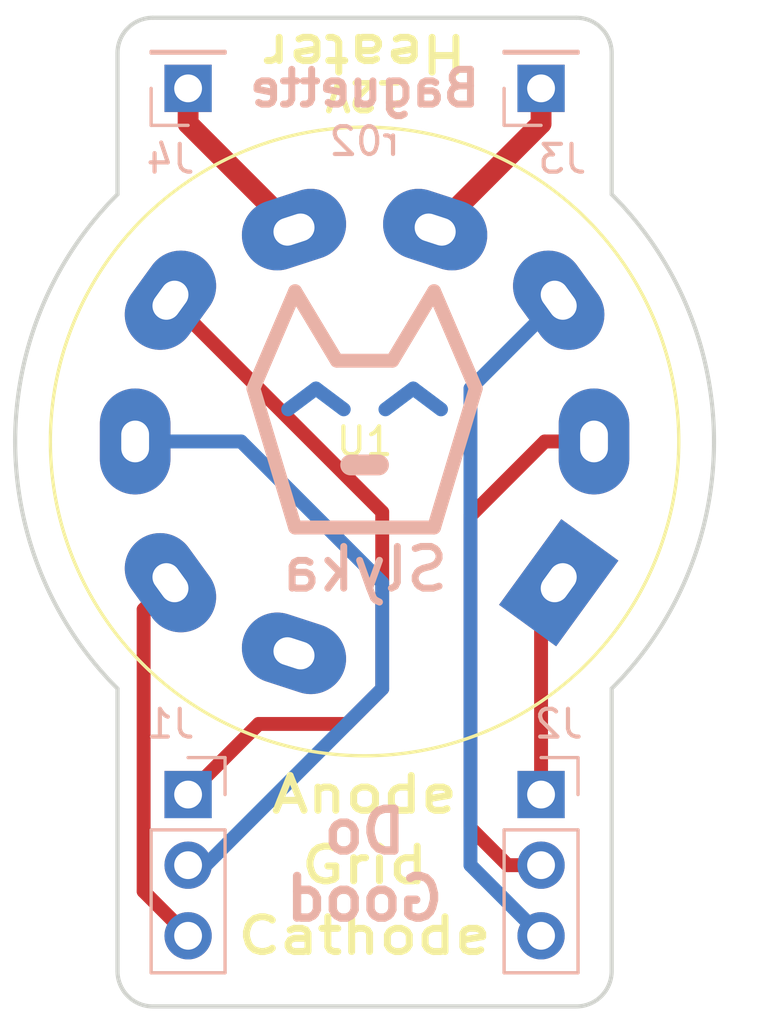
<source format=kicad_pcb>
(kicad_pcb (version 20171130) (host pcbnew 5.1.5)

  (general
    (thickness 1.6)
    (drawings 20)
    (tracks 29)
    (zones 0)
    (modules 6)
    (nets 10)
  )

  (page A4)
  (title_block
    (title Baguette)
    (date 2019-07-14)
    (rev r02)
    (company NLS)
    (comment 1 "CC BY-SA")
  )

  (layers
    (0 F.Cu signal)
    (31 B.Cu signal)
    (36 B.SilkS user)
    (37 F.SilkS user)
    (38 B.Mask user)
    (39 F.Mask user)
    (44 Edge.Cuts user)
    (45 Margin user)
    (46 B.CrtYd user)
    (47 F.CrtYd user)
    (48 B.Fab user)
    (49 F.Fab user)
  )

  (setup
    (last_trace_width 0.5)
    (trace_clearance 0.5)
    (zone_clearance 0.508)
    (zone_45_only no)
    (trace_min 0.2)
    (via_size 0.6)
    (via_drill 0.4)
    (via_min_size 0.4)
    (via_min_drill 0.3)
    (uvia_size 0.3)
    (uvia_drill 0.1)
    (uvias_allowed no)
    (uvia_min_size 0.2)
    (uvia_min_drill 0.1)
    (edge_width 0.15)
    (segment_width 0.2)
    (pcb_text_width 0.3)
    (pcb_text_size 1.5 1.5)
    (mod_edge_width 0.15)
    (mod_text_size 1 1)
    (mod_text_width 0.15)
    (pad_size 2.54 3.81)
    (pad_drill 1)
    (pad_to_mask_clearance 0.2)
    (aux_axis_origin 0 0)
    (visible_elements FFFFFF7F)
    (pcbplotparams
      (layerselection 0x010f0_ffffffff)
      (usegerberextensions false)
      (usegerberattributes false)
      (usegerberadvancedattributes false)
      (creategerberjobfile false)
      (excludeedgelayer true)
      (linewidth 0.100000)
      (plotframeref false)
      (viasonmask false)
      (mode 1)
      (useauxorigin false)
      (hpglpennumber 1)
      (hpglpenspeed 20)
      (hpglpendiameter 15.000000)
      (psnegative false)
      (psa4output false)
      (plotreference true)
      (plotvalue true)
      (plotinvisibletext false)
      (padsonsilk false)
      (subtractmaskfromsilk false)
      (outputformat 1)
      (mirror false)
      (drillshape 0)
      (scaleselection 1)
      (outputdirectory "gerber"))
  )

  (net 0 "")
  (net 1 "Net-(J1-Pad1)")
  (net 2 "Net-(J1-Pad2)")
  (net 3 "Net-(J1-Pad3)")
  (net 4 "Net-(J2-Pad1)")
  (net 5 "Net-(J2-Pad3)")
  (net 6 "Net-(J2-Pad2)")
  (net 7 "Net-(J3-Pad1)")
  (net 8 "Net-(J4-Pad1)")
  (net 9 "Net-(U1-Pad9)")

  (net_class Default "This is the default net class."
    (clearance 0.5)
    (trace_width 0.5)
    (via_dia 0.6)
    (via_drill 0.4)
    (uvia_dia 0.3)
    (uvia_drill 0.1)
    (add_net "Net-(J1-Pad1)")
    (add_net "Net-(J1-Pad2)")
    (add_net "Net-(J1-Pad3)")
    (add_net "Net-(J2-Pad1)")
    (add_net "Net-(J2-Pad2)")
    (add_net "Net-(J2-Pad3)")
    (add_net "Net-(U1-Pad9)")
  )

  (net_class Heater ""
    (clearance 0.5)
    (trace_width 0.75)
    (via_dia 0.6)
    (via_drill 0.4)
    (uvia_dia 0.3)
    (uvia_drill 0.1)
    (add_net "Net-(J3-Pad1)")
    (add_net "Net-(J4-Pad1)")
  )

  (module logos:foxlogo (layer B.Cu) (tedit 5B029788) (tstamp 5AFF5628)
    (at 142.24 98.425 180)
    (fp_text reference REF** (at 0 -8.75 180) (layer B.SilkS) hide
      (effects (font (size 1 1) (thickness 0.15)) (justify mirror))
    )
    (fp_text value foxlogo (at 0 4.75 180) (layer B.Fab)
      (effects (font (size 1 1) (thickness 0.15)) (justify mirror))
    )
    (fp_text user Slyka (at 0 -6.5 180) (layer B.SilkS)
      (effects (font (size 1.5 1.5) (thickness 0.25)) (justify mirror))
    )
    (fp_line (start -0.5 -2.75) (end 0.5 -2.75) (layer B.SilkS) (width 0.75))
    (fp_line (start 2.5 -5) (end 4 0) (layer B.SilkS) (width 0.5))
    (fp_line (start -2.5 -5) (end 2.5 -5) (layer B.SilkS) (width 0.5))
    (fp_line (start -4 0) (end -2.5 -5) (layer B.SilkS) (width 0.5))
    (fp_line (start 2.5 3.5) (end 4 0) (layer B.SilkS) (width 0.5))
    (fp_line (start 1 1) (end 2.5 3.5) (layer B.SilkS) (width 0.5))
    (fp_line (start -1 1) (end 1 1) (layer B.SilkS) (width 0.5))
    (fp_line (start -2.5 3.5) (end -4 0) (layer B.SilkS) (width 0.5))
    (fp_line (start -1 1) (end -2.5 3.5) (layer B.SilkS) (width 0.5))
    (fp_line (start -1.75 0) (end -0.75 -0.75) (layer B.Mask) (width 0.4))
    (fp_line (start -2.75 -0.75) (end -1.75 0) (layer B.Mask) (width 0.4))
    (fp_line (start 1.75 0) (end 2.75 -0.75) (layer B.Mask) (width 0.4))
    (fp_line (start 0.75 -0.75) (end 1.75 0) (layer B.Mask) (width 0.4))
    (fp_line (start -2.75 -0.75) (end -1.75 0) (layer B.Cu) (width 0.5))
    (fp_line (start -1.75 0) (end -0.75 -0.75) (layer B.Cu) (width 0.5))
    (fp_line (start 0.75 -0.75) (end 1.75 0) (layer B.Cu) (width 0.5))
    (fp_line (start 1.75 0) (end 2.75 -0.75) (layer B.Cu) (width 0.5))
  )

  (module Valves:VALVE-NOVAL_P (layer F.Cu) (tedit 5ADF41A6) (tstamp 5ADF3D57)
    (at 149.86 105.41)
    (descr "Valve NOVAL P")
    (tags "Valve NOVAL P")
    (path /5ADF2EDA)
    (fp_text reference U1 (at -7.62 -5.08) (layer F.SilkS)
      (effects (font (size 1 1) (thickness 0.15)))
    )
    (fp_text value ECC83 (at 4.57 4.95) (layer F.Fab)
      (effects (font (size 1 1) (thickness 0.15)))
    )
    (fp_text user %R (at -7.62 -5.08) (layer F.Fab)
      (effects (font (size 1 1) (thickness 0.15)))
    )
    (fp_circle (center -7.62 -5.08) (end 1.63 1.42) (layer F.SilkS) (width 0.12))
    (fp_circle (center -7.62 -5.08) (end 1.63 1.42) (layer F.CrtYd) (width 0.05))
    (fp_circle (center -7.62 -5.08) (end -13.34 0.63) (layer F.Fab) (width 0.1))
    (pad 1 thru_hole rect (at -0.635 0 324) (size 2.54 3.81) (drill oval 1 1.5) (layers *.Cu *.Mask)
      (net 4 "Net-(J2-Pad1)"))
    (pad 2 thru_hole oval (at 0.635 -5.08) (size 2.54 3.81) (drill oval 1 1.5) (layers *.Cu *.Mask)
      (net 6 "Net-(J2-Pad2)"))
    (pad 3 thru_hole oval (at -0.635 -10.16 36) (size 2.54 3.81) (drill oval 1 1.5) (layers *.Cu *.Mask)
      (net 5 "Net-(J2-Pad3)"))
    (pad 4 thru_hole oval (at -5.08 -12.7 72) (size 2.54 3.81) (drill oval 1 1.5) (layers *.Cu *.Mask)
      (net 7 "Net-(J3-Pad1)"))
    (pad 5 thru_hole oval (at -10.16 -12.7 288) (size 2.54 3.81) (drill oval 1 1.5) (layers *.Cu *.Mask)
      (net 8 "Net-(J4-Pad1)"))
    (pad 6 thru_hole oval (at -14.605 -10.16 324) (size 2.54 3.81) (drill oval 1 1.5) (layers *.Cu *.Mask)
      (net 1 "Net-(J1-Pad1)"))
    (pad 7 thru_hole oval (at -15.875 -5.08) (size 2.54 3.81) (drill oval 1 1.5) (layers *.Cu *.Mask)
      (net 2 "Net-(J1-Pad2)"))
    (pad 8 thru_hole oval (at -14.605 0 36) (size 2.54 3.81) (drill oval 1 1.5) (layers *.Cu *.Mask)
      (net 3 "Net-(J1-Pad3)"))
    (pad 9 thru_hole oval (at -10.16 2.54 72) (size 2.54 3.81) (drill oval 1 1.5) (layers *.Cu *.Mask)
      (net 9 "Net-(U1-Pad9)"))
    (model ${KISYS3DMOD}/Valves.3dshapes/VALVE-NOVAL_P.wrl
      (at (xyz 0 0 0))
      (scale (xyz 1 1 1))
      (rotate (xyz 0 0 0))
    )
  )

  (module Pin_Headers:Pin_Header_Straight_1x03_Pitch2.54mm (layer B.Cu) (tedit 59650532) (tstamp 5ADF3246)
    (at 135.89 113.03 180)
    (descr "Through hole straight pin header, 1x03, 2.54mm pitch, single row")
    (tags "Through hole pin header THT 1x03 2.54mm single row")
    (path /5ADF43EB)
    (fp_text reference J1 (at 0.635 2.54) (layer B.SilkS)
      (effects (font (size 1 1) (thickness 0.15)) (justify mirror))
    )
    (fp_text value Conn_01x03_Male (at 0 -7.41) (layer B.Fab)
      (effects (font (size 1 1) (thickness 0.15)) (justify mirror))
    )
    (fp_line (start -0.635 1.27) (end 1.27 1.27) (layer B.Fab) (width 0.1))
    (fp_line (start 1.27 1.27) (end 1.27 -6.35) (layer B.Fab) (width 0.1))
    (fp_line (start 1.27 -6.35) (end -1.27 -6.35) (layer B.Fab) (width 0.1))
    (fp_line (start -1.27 -6.35) (end -1.27 0.635) (layer B.Fab) (width 0.1))
    (fp_line (start -1.27 0.635) (end -0.635 1.27) (layer B.Fab) (width 0.1))
    (fp_line (start -1.33 -6.41) (end 1.33 -6.41) (layer B.SilkS) (width 0.12))
    (fp_line (start -1.33 -1.27) (end -1.33 -6.41) (layer B.SilkS) (width 0.12))
    (fp_line (start 1.33 -1.27) (end 1.33 -6.41) (layer B.SilkS) (width 0.12))
    (fp_line (start -1.33 -1.27) (end 1.33 -1.27) (layer B.SilkS) (width 0.12))
    (fp_line (start -1.33 0) (end -1.33 1.33) (layer B.SilkS) (width 0.12))
    (fp_line (start -1.33 1.33) (end 0 1.33) (layer B.SilkS) (width 0.12))
    (fp_line (start -1.8 1.8) (end -1.8 -6.85) (layer B.CrtYd) (width 0.05))
    (fp_line (start -1.8 -6.85) (end 1.8 -6.85) (layer B.CrtYd) (width 0.05))
    (fp_line (start 1.8 -6.85) (end 1.8 1.8) (layer B.CrtYd) (width 0.05))
    (fp_line (start 1.8 1.8) (end -1.8 1.8) (layer B.CrtYd) (width 0.05))
    (fp_text user %R (at 0 -2.54 270) (layer B.Fab)
      (effects (font (size 1 1) (thickness 0.15)) (justify mirror))
    )
    (pad 1 thru_hole rect (at 0 0 180) (size 1.7 1.7) (drill 1) (layers *.Cu *.Mask)
      (net 1 "Net-(J1-Pad1)"))
    (pad 2 thru_hole oval (at 0 -2.54 180) (size 1.7 1.7) (drill 1) (layers *.Cu *.Mask)
      (net 2 "Net-(J1-Pad2)"))
    (pad 3 thru_hole oval (at 0 -5.08 180) (size 1.7 1.7) (drill 1) (layers *.Cu *.Mask)
      (net 3 "Net-(J1-Pad3)"))
    (model ${KISYS3DMOD}/Pin_Headers.3dshapes/Pin_Header_Straight_1x03_Pitch2.54mm.wrl
      (at (xyz 0 0 0))
      (scale (xyz 1 1 1))
      (rotate (xyz 0 0 0))
    )
  )

  (module Pin_Headers:Pin_Header_Straight_1x03_Pitch2.54mm (layer B.Cu) (tedit 59650532) (tstamp 5ADF324D)
    (at 148.59 113.03 180)
    (descr "Through hole straight pin header, 1x03, 2.54mm pitch, single row")
    (tags "Through hole pin header THT 1x03 2.54mm single row")
    (path /5ADF3DA9)
    (fp_text reference J2 (at -0.635 2.54) (layer B.SilkS)
      (effects (font (size 1 1) (thickness 0.15)) (justify mirror))
    )
    (fp_text value Conn_01x03_Male (at 0 -7.41) (layer B.Fab)
      (effects (font (size 1 1) (thickness 0.15)) (justify mirror))
    )
    (fp_line (start -0.635 1.27) (end 1.27 1.27) (layer B.Fab) (width 0.1))
    (fp_line (start 1.27 1.27) (end 1.27 -6.35) (layer B.Fab) (width 0.1))
    (fp_line (start 1.27 -6.35) (end -1.27 -6.35) (layer B.Fab) (width 0.1))
    (fp_line (start -1.27 -6.35) (end -1.27 0.635) (layer B.Fab) (width 0.1))
    (fp_line (start -1.27 0.635) (end -0.635 1.27) (layer B.Fab) (width 0.1))
    (fp_line (start -1.33 -6.41) (end 1.33 -6.41) (layer B.SilkS) (width 0.12))
    (fp_line (start -1.33 -1.27) (end -1.33 -6.41) (layer B.SilkS) (width 0.12))
    (fp_line (start 1.33 -1.27) (end 1.33 -6.41) (layer B.SilkS) (width 0.12))
    (fp_line (start -1.33 -1.27) (end 1.33 -1.27) (layer B.SilkS) (width 0.12))
    (fp_line (start -1.33 0) (end -1.33 1.33) (layer B.SilkS) (width 0.12))
    (fp_line (start -1.33 1.33) (end 0 1.33) (layer B.SilkS) (width 0.12))
    (fp_line (start -1.8 1.8) (end -1.8 -6.85) (layer B.CrtYd) (width 0.05))
    (fp_line (start -1.8 -6.85) (end 1.8 -6.85) (layer B.CrtYd) (width 0.05))
    (fp_line (start 1.8 -6.85) (end 1.8 1.8) (layer B.CrtYd) (width 0.05))
    (fp_line (start 1.8 1.8) (end -1.8 1.8) (layer B.CrtYd) (width 0.05))
    (fp_text user %R (at 0 -2.54 270) (layer B.Fab)
      (effects (font (size 1 1) (thickness 0.15)) (justify mirror))
    )
    (pad 1 thru_hole rect (at 0 0 180) (size 1.7 1.7) (drill 1) (layers *.Cu *.Mask)
      (net 4 "Net-(J2-Pad1)"))
    (pad 2 thru_hole oval (at 0 -2.54 180) (size 1.7 1.7) (drill 1) (layers *.Cu *.Mask)
      (net 6 "Net-(J2-Pad2)"))
    (pad 3 thru_hole oval (at 0 -5.08 180) (size 1.7 1.7) (drill 1) (layers *.Cu *.Mask)
      (net 5 "Net-(J2-Pad3)"))
    (model ${KISYS3DMOD}/Pin_Headers.3dshapes/Pin_Header_Straight_1x03_Pitch2.54mm.wrl
      (at (xyz 0 0 0))
      (scale (xyz 1 1 1))
      (rotate (xyz 0 0 0))
    )
  )

  (module Pin_Headers:Pin_Header_Straight_1x01_Pitch2.54mm (layer B.Cu) (tedit 59650532) (tstamp 5ADF3252)
    (at 148.59 87.63)
    (descr "Through hole straight pin header, 1x01, 2.54mm pitch, single row")
    (tags "Through hole pin header THT 1x01 2.54mm single row")
    (path /5ADF3CF0)
    (fp_text reference J3 (at 0.762 2.54) (layer B.SilkS)
      (effects (font (size 1 1) (thickness 0.15)) (justify mirror))
    )
    (fp_text value Conn_01x01_Male (at 0 -2.33) (layer B.Fab)
      (effects (font (size 1 1) (thickness 0.15)) (justify mirror))
    )
    (fp_line (start -0.635 1.27) (end 1.27 1.27) (layer B.Fab) (width 0.1))
    (fp_line (start 1.27 1.27) (end 1.27 -1.27) (layer B.Fab) (width 0.1))
    (fp_line (start 1.27 -1.27) (end -1.27 -1.27) (layer B.Fab) (width 0.1))
    (fp_line (start -1.27 -1.27) (end -1.27 0.635) (layer B.Fab) (width 0.1))
    (fp_line (start -1.27 0.635) (end -0.635 1.27) (layer B.Fab) (width 0.1))
    (fp_line (start -1.33 -1.33) (end 1.33 -1.33) (layer B.SilkS) (width 0.12))
    (fp_line (start -1.33 -1.27) (end -1.33 -1.33) (layer B.SilkS) (width 0.12))
    (fp_line (start 1.33 -1.27) (end 1.33 -1.33) (layer B.SilkS) (width 0.12))
    (fp_line (start -1.33 -1.27) (end 1.33 -1.27) (layer B.SilkS) (width 0.12))
    (fp_line (start -1.33 0) (end -1.33 1.33) (layer B.SilkS) (width 0.12))
    (fp_line (start -1.33 1.33) (end 0 1.33) (layer B.SilkS) (width 0.12))
    (fp_line (start -1.8 1.8) (end -1.8 -1.8) (layer B.CrtYd) (width 0.05))
    (fp_line (start -1.8 -1.8) (end 1.8 -1.8) (layer B.CrtYd) (width 0.05))
    (fp_line (start 1.8 -1.8) (end 1.8 1.8) (layer B.CrtYd) (width 0.05))
    (fp_line (start 1.8 1.8) (end -1.8 1.8) (layer B.CrtYd) (width 0.05))
    (fp_text user %R (at 0 0 270) (layer B.Fab)
      (effects (font (size 1 1) (thickness 0.15)) (justify mirror))
    )
    (pad 1 thru_hole rect (at 0 0) (size 1.7 1.7) (drill 1) (layers *.Cu *.Mask)
      (net 7 "Net-(J3-Pad1)"))
    (model ${KISYS3DMOD}/Pin_Headers.3dshapes/Pin_Header_Straight_1x01_Pitch2.54mm.wrl
      (at (xyz 0 0 0))
      (scale (xyz 1 1 1))
      (rotate (xyz 0 0 0))
    )
  )

  (module Pin_Headers:Pin_Header_Straight_1x01_Pitch2.54mm (layer B.Cu) (tedit 59650532) (tstamp 5ADF3257)
    (at 135.89 87.63)
    (descr "Through hole straight pin header, 1x01, 2.54mm pitch, single row")
    (tags "Through hole pin header THT 1x01 2.54mm single row")
    (path /5ADF3D77)
    (fp_text reference J4 (at -0.635 2.54 180) (layer B.SilkS)
      (effects (font (size 1 1) (thickness 0.15)) (justify mirror))
    )
    (fp_text value Conn_01x01_Male (at 0 -2.33) (layer B.Fab)
      (effects (font (size 1 1) (thickness 0.15)) (justify mirror))
    )
    (fp_line (start -0.635 1.27) (end 1.27 1.27) (layer B.Fab) (width 0.1))
    (fp_line (start 1.27 1.27) (end 1.27 -1.27) (layer B.Fab) (width 0.1))
    (fp_line (start 1.27 -1.27) (end -1.27 -1.27) (layer B.Fab) (width 0.1))
    (fp_line (start -1.27 -1.27) (end -1.27 0.635) (layer B.Fab) (width 0.1))
    (fp_line (start -1.27 0.635) (end -0.635 1.27) (layer B.Fab) (width 0.1))
    (fp_line (start -1.33 -1.33) (end 1.33 -1.33) (layer B.SilkS) (width 0.12))
    (fp_line (start -1.33 -1.27) (end -1.33 -1.33) (layer B.SilkS) (width 0.12))
    (fp_line (start 1.33 -1.27) (end 1.33 -1.33) (layer B.SilkS) (width 0.12))
    (fp_line (start -1.33 -1.27) (end 1.33 -1.27) (layer B.SilkS) (width 0.12))
    (fp_line (start -1.33 0) (end -1.33 1.33) (layer B.SilkS) (width 0.12))
    (fp_line (start -1.33 1.33) (end 0 1.33) (layer B.SilkS) (width 0.12))
    (fp_line (start -1.8 1.8) (end -1.8 -1.8) (layer B.CrtYd) (width 0.05))
    (fp_line (start -1.8 -1.8) (end 1.8 -1.8) (layer B.CrtYd) (width 0.05))
    (fp_line (start 1.8 -1.8) (end 1.8 1.8) (layer B.CrtYd) (width 0.05))
    (fp_line (start 1.8 1.8) (end -1.8 1.8) (layer B.CrtYd) (width 0.05))
    (fp_text user %R (at 0 0 270) (layer B.Fab)
      (effects (font (size 1 1) (thickness 0.15)) (justify mirror))
    )
    (pad 1 thru_hole rect (at 0 0) (size 1.7 1.7) (drill 1) (layers *.Cu *.Mask)
      (net 8 "Net-(J4-Pad1)"))
    (model ${KISYS3DMOD}/Pin_Headers.3dshapes/Pin_Header_Straight_1x01_Pitch2.54mm.wrl
      (at (xyz 0 0 0))
      (scale (xyz 1 1 1))
      (rotate (xyz 0 0 0))
    )
  )

  (gr_arc (start 142.24 100.33) (end 133.350001 91.440001) (angle -90) (layer Edge.Cuts) (width 0.15))
  (gr_arc (start 142.24 100.33) (end 151.129999 109.219999) (angle -90) (layer Edge.Cuts) (width 0.15))
  (gr_arc (start 149.86 119.38) (end 149.86 120.65) (angle -90) (layer Edge.Cuts) (width 0.15))
  (gr_arc (start 134.62 119.38) (end 133.35 119.38) (angle -90) (layer Edge.Cuts) (width 0.15))
  (gr_arc (start 134.62 86.36) (end 134.62 85.09) (angle -90) (layer Edge.Cuts) (width 0.15))
  (gr_arc (start 149.86 86.36) (end 151.13 86.36) (angle -90) (layer Edge.Cuts) (width 0.15))
  (gr_text Baguette (at 142.24 87.63) (layer B.SilkS)
    (effects (font (size 1.25 1.25) (thickness 0.25)) (justify mirror))
  )
  (gr_text "Do\nGood" (at 142.24 115.57) (layer B.SilkS)
    (effects (font (size 1.5 1.5) (thickness 0.3)) (justify mirror))
  )
  (gr_text r02 (at 142.24 89.535) (layer B.SilkS)
    (effects (font (size 1 1) (thickness 0.15)) (justify mirror))
  )
  (gr_text 12V (at 142.24 87.884 180) (layer F.SilkS)
    (effects (font (size 1 1) (thickness 0.2)))
  )
  (gr_text Cathode (at 142.24 118.11) (layer F.SilkS)
    (effects (font (size 1.25 1.5) (thickness 0.25)))
  )
  (gr_text Grid (at 142.24 115.57) (layer F.SilkS)
    (effects (font (size 1.25 1.5) (thickness 0.25)))
  )
  (gr_text Anode (at 142.24 113.03) (layer F.SilkS)
    (effects (font (size 1.25 1.5) (thickness 0.25)))
  )
  (gr_text Heater (at 142.24 86.36 180) (layer F.SilkS)
    (effects (font (size 1.25 1.5) (thickness 0.25)))
  )
  (gr_line (start 133.350001 91.44) (end 133.35 86.36) (angle 90) (layer Edge.Cuts) (width 0.15))
  (gr_line (start 133.35 119.38) (end 133.350001 109.219999) (angle 90) (layer Edge.Cuts) (width 0.15))
  (gr_line (start 149.86 120.65) (end 134.62 120.65) (angle 90) (layer Edge.Cuts) (width 0.15))
  (gr_line (start 151.13 109.22) (end 151.13 119.38) (angle 90) (layer Edge.Cuts) (width 0.15))
  (gr_line (start 151.13 86.36) (end 151.129999 91.44) (angle 90) (layer Edge.Cuts) (width 0.15))
  (gr_line (start 134.62 85.09) (end 149.86 85.09) (angle 90) (layer Edge.Cuts) (width 0.15))

  (segment (start 142.875 102.87) (end 136.164219 96.159219) (width 0.5) (layer F.Cu) (net 1))
  (segment (start 142.875 109.22) (end 142.875 102.87) (width 0.5) (layer F.Cu) (net 1))
  (segment (start 141.605 110.49) (end 142.875 109.22) (width 0.5) (layer F.Cu) (net 1))
  (segment (start 136.164219 96.159219) (end 135.255 95.25) (width 0.5) (layer F.Cu) (net 1))
  (segment (start 135.89 113.03) (end 138.43 110.49) (width 0.5) (layer F.Cu) (net 1))
  (segment (start 138.43 110.49) (end 141.605 110.49) (width 0.5) (layer F.Cu) (net 1))
  (segment (start 142.875 105.41) (end 137.795 100.33) (width 0.5) (layer B.Cu) (net 2))
  (segment (start 137.795 100.33) (end 133.985 100.33) (width 0.5) (layer B.Cu) (net 2))
  (segment (start 142.875 109.22) (end 142.875 105.41) (width 0.5) (layer B.Cu) (net 2))
  (segment (start 135.89 115.57) (end 136.525 115.57) (width 0.5) (layer B.Cu) (net 2))
  (segment (start 136.525 115.57) (end 142.875 109.22) (width 0.5) (layer B.Cu) (net 2))
  (segment (start 134.345781 106.319219) (end 135.255 105.41) (width 0.5) (layer F.Cu) (net 3))
  (segment (start 134.289999 106.375001) (end 134.345781 106.319219) (width 0.5) (layer F.Cu) (net 3))
  (segment (start 134.289999 116.509999) (end 134.289999 106.375001) (width 0.5) (layer F.Cu) (net 3))
  (segment (start 135.89 118.11) (end 134.289999 116.509999) (width 0.5) (layer F.Cu) (net 3))
  (segment (start 148.59 106.045) (end 149.225 105.41) (width 0.5) (layer F.Cu) (net 4))
  (segment (start 148.59 113.03) (end 148.59 106.045) (width 0.5) (layer F.Cu) (net 4))
  (segment (start 146.05 98.425) (end 149.225 95.25) (width 0.5) (layer B.Cu) (net 5))
  (segment (start 148.59 118.11) (end 146.05 115.57) (width 0.5) (layer B.Cu) (net 5))
  (segment (start 146.05 115.57) (end 146.05 98.425) (width 0.5) (layer B.Cu) (net 5))
  (segment (start 147.387919 115.57) (end 146.05 114.232081) (width 0.5) (layer F.Cu) (net 6))
  (segment (start 148.59 115.57) (end 147.387919 115.57) (width 0.5) (layer F.Cu) (net 6))
  (segment (start 148.725 100.33) (end 150.495 100.33) (width 0.5) (layer F.Cu) (net 6))
  (segment (start 146.05 114.232081) (end 146.05 103.005) (width 0.5) (layer F.Cu) (net 6))
  (segment (start 146.05 103.005) (end 148.725 100.33) (width 0.5) (layer F.Cu) (net 6))
  (segment (start 144.78 92.71) (end 148.59 88.9) (width 0.75) (layer F.Cu) (net 7))
  (segment (start 148.59 88.9) (end 148.59 87.63) (width 0.75) (layer F.Cu) (net 7))
  (segment (start 139.7 92.71) (end 135.89 88.9) (width 0.75) (layer F.Cu) (net 8))
  (segment (start 135.89 88.9) (end 135.89 87.63) (width 0.75) (layer F.Cu) (net 8))

)

</source>
